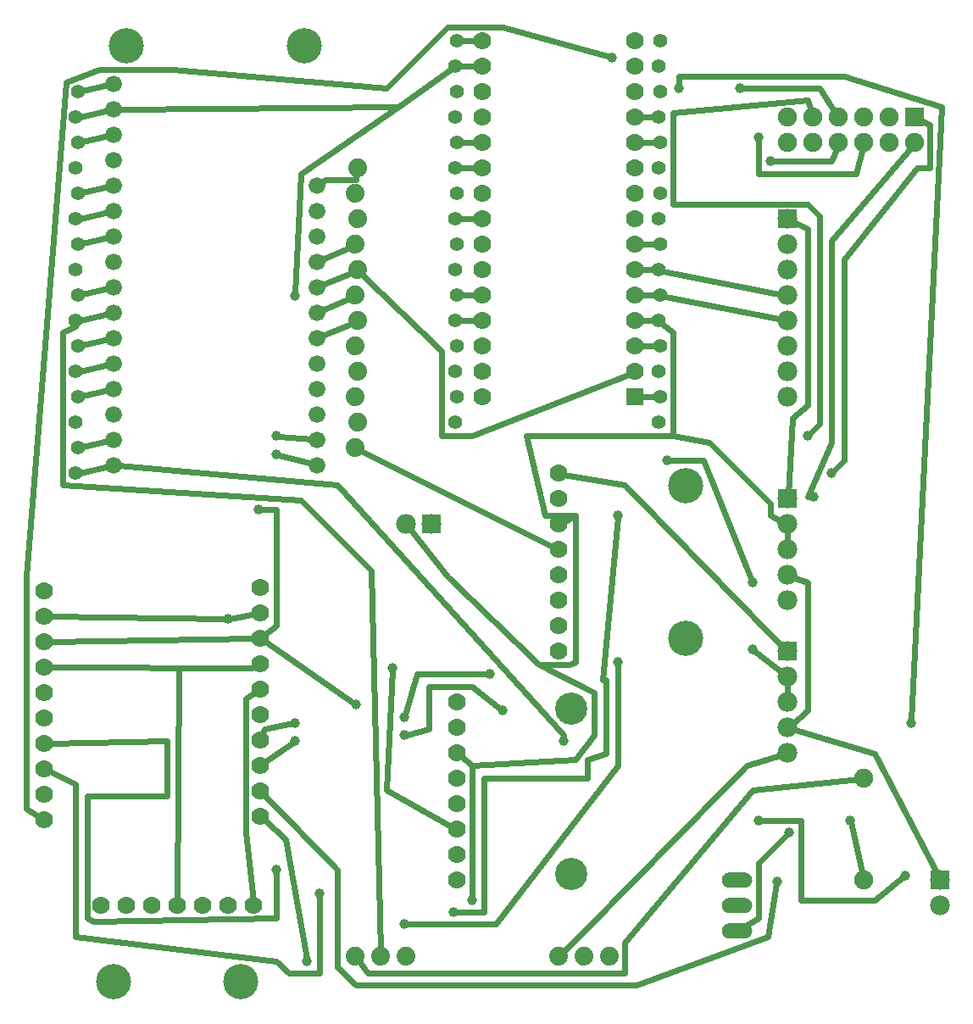
<source format=gbl>
G04 MADE WITH FRITZING*
G04 WWW.FRITZING.ORG*
G04 DOUBLE SIDED*
G04 HOLES PLATED*
G04 CONTOUR ON CENTER OF CONTOUR VECTOR*
%ASAXBY*%
%FSLAX23Y23*%
%MOIN*%
%OFA0B0*%
%SFA1.0B1.0*%
%ADD10C,0.070000*%
%ADD11C,0.078000*%
%ADD12C,0.074000*%
%ADD13C,0.055000*%
%ADD14C,0.075000*%
%ADD15C,0.060000*%
%ADD16C,0.066000*%
%ADD17C,0.138425*%
%ADD18C,0.126614*%
%ADD19C,0.039370*%
%ADD20R,0.069972X0.070000*%
%ADD21R,0.078000X0.078000*%
%ADD22R,0.075000X0.075000*%
%ADD23C,0.024000*%
%ADD24R,0.001000X0.001000*%
%LNCOPPER0*%
G90*
G70*
G54D10*
X2551Y2422D03*
X2551Y2522D03*
X2551Y2622D03*
X2551Y2722D03*
X2551Y2822D03*
X2551Y2922D03*
X2551Y3022D03*
X2551Y3122D03*
X2551Y3222D03*
X2551Y3322D03*
X2551Y3422D03*
X2551Y3522D03*
X2551Y3622D03*
X2551Y3722D03*
X2551Y3822D03*
X1951Y2422D03*
X1951Y2522D03*
X1951Y2622D03*
X1951Y2722D03*
X1951Y2822D03*
X1951Y2922D03*
X1951Y3022D03*
X1951Y3122D03*
X1951Y3222D03*
X1951Y3322D03*
X1951Y3422D03*
X1951Y3522D03*
X1951Y3622D03*
X1951Y3722D03*
X1951Y3822D03*
G54D11*
X3151Y1422D03*
X3151Y1322D03*
X3151Y1222D03*
X3151Y1122D03*
X3151Y1022D03*
X3151Y2022D03*
X3151Y1922D03*
X3151Y1822D03*
X3151Y1722D03*
X3151Y1622D03*
X1751Y1922D03*
X1651Y1922D03*
G54D12*
X1459Y3322D03*
X1451Y3222D03*
X1459Y3122D03*
X1451Y3022D03*
X1459Y2922D03*
X1451Y2822D03*
X1459Y2722D03*
X1451Y2622D03*
X1459Y2522D03*
X1451Y2422D03*
X1459Y2322D03*
X1451Y2222D03*
G54D13*
X1851Y3822D03*
X1843Y3722D03*
X1851Y3622D03*
X1843Y3522D03*
X1851Y3422D03*
X1843Y3322D03*
X1851Y3222D03*
X1843Y3122D03*
X1851Y3022D03*
X1843Y2922D03*
X1851Y2822D03*
X1843Y2722D03*
X1851Y2622D03*
X1843Y2522D03*
X1851Y2422D03*
X1843Y2322D03*
X359Y3622D03*
X351Y3522D03*
X359Y3422D03*
X351Y3322D03*
X359Y3222D03*
X351Y3122D03*
X359Y3022D03*
X351Y2922D03*
X359Y2822D03*
X351Y2722D03*
X359Y2622D03*
X351Y2522D03*
X359Y2422D03*
X351Y2322D03*
X359Y2222D03*
X351Y2122D03*
X2651Y3822D03*
X2643Y3722D03*
X2651Y3622D03*
X2643Y3522D03*
X2651Y3422D03*
X2643Y3322D03*
X2651Y3222D03*
X2643Y3122D03*
X2651Y3022D03*
X2643Y2922D03*
X2651Y2822D03*
X2643Y2722D03*
X2651Y2622D03*
X2643Y2522D03*
X2651Y2422D03*
X2643Y2322D03*
G54D11*
X3151Y3122D03*
X3151Y3022D03*
X3151Y2922D03*
X3151Y2822D03*
X3151Y2722D03*
X3151Y2622D03*
X3151Y2522D03*
X3151Y2422D03*
X3751Y522D03*
X3751Y422D03*
G54D14*
X3651Y3522D03*
X3651Y3422D03*
X3551Y3522D03*
X3551Y3422D03*
X3451Y3522D03*
X3451Y3422D03*
X3351Y3522D03*
X3351Y3422D03*
X3251Y3522D03*
X3251Y3422D03*
X3151Y3522D03*
X3151Y3422D03*
G54D15*
X2951Y522D03*
X2951Y422D03*
X2951Y322D03*
G54D16*
X501Y2354D03*
X501Y2254D03*
X501Y2454D03*
X501Y2554D03*
X501Y2654D03*
X501Y2754D03*
X501Y2854D03*
X501Y2954D03*
X501Y3054D03*
X501Y3154D03*
X501Y3254D03*
X501Y3354D03*
X501Y3454D03*
X501Y3554D03*
X501Y3654D03*
X1301Y3254D03*
X1301Y3154D03*
X1301Y3054D03*
X1301Y2954D03*
X1301Y2854D03*
X1301Y2754D03*
X1301Y2654D03*
X1301Y2554D03*
X1301Y2454D03*
X1301Y2354D03*
X1301Y2254D03*
X1301Y2154D03*
G54D17*
X1251Y3804D03*
X551Y3804D03*
G54D16*
X501Y2154D03*
G54D10*
X1051Y422D03*
G54D17*
X1001Y122D03*
G54D10*
X951Y422D03*
X851Y422D03*
X751Y422D03*
X651Y422D03*
X551Y422D03*
G54D17*
X501Y122D03*
G54D10*
X451Y422D03*
G54D18*
X2301Y1197D03*
G54D10*
X1851Y1222D03*
X1851Y1122D03*
X1851Y1022D03*
X1851Y922D03*
X1851Y822D03*
G54D18*
X2301Y547D03*
G54D10*
X1851Y722D03*
X1851Y622D03*
X1851Y522D03*
G54D17*
X2751Y1472D03*
G54D10*
X2251Y2122D03*
X2251Y2022D03*
X2251Y1922D03*
X2251Y1822D03*
X2251Y1722D03*
X2251Y1622D03*
X2251Y1522D03*
X2251Y1422D03*
G54D17*
X2751Y2072D03*
G54D10*
X226Y761D03*
X226Y861D03*
X226Y961D03*
X226Y1061D03*
X226Y1161D03*
X226Y1261D03*
X226Y1361D03*
X226Y1461D03*
X226Y1561D03*
X226Y1661D03*
X1077Y775D03*
X1077Y875D03*
X1077Y975D03*
X1077Y1075D03*
X1077Y1175D03*
X1077Y1275D03*
X1077Y1375D03*
X1077Y1475D03*
X1077Y1575D03*
X1077Y1675D03*
G54D12*
X2251Y222D03*
X2351Y222D03*
X2451Y222D03*
X1451Y222D03*
X1551Y222D03*
X1651Y222D03*
G54D14*
X3451Y922D03*
X3451Y522D03*
G54D19*
X2268Y1069D03*
X1212Y2821D03*
X3396Y757D03*
X1140Y2197D03*
X1596Y1357D03*
X1068Y1981D03*
X1140Y2269D03*
X1452Y1213D03*
X948Y1549D03*
X1908Y445D03*
X3012Y1429D03*
X3156Y709D03*
X3228Y2269D03*
X2484Y1957D03*
X1836Y397D03*
X1140Y565D03*
X3252Y2029D03*
X1260Y205D03*
X2460Y3757D03*
X3084Y3349D03*
X2676Y2173D03*
X3012Y1693D03*
X1980Y1333D03*
X1644Y1165D03*
X1212Y1141D03*
X1212Y1069D03*
X1644Y1093D03*
X2028Y1189D03*
X3036Y3445D03*
X3324Y2125D03*
X3108Y517D03*
X2964Y3637D03*
X1308Y469D03*
X1644Y349D03*
X2484Y1381D03*
X3036Y757D03*
X3612Y541D03*
X3636Y1141D03*
X2724Y3637D03*
G54D20*
X2551Y2422D03*
G54D21*
X3151Y1422D03*
X3151Y2022D03*
X1751Y1922D03*
X3151Y3122D03*
X3751Y522D03*
G54D22*
X3651Y3522D03*
G54D23*
X1933Y2722D02*
X1860Y2722D01*
D02*
X1933Y3322D02*
X1860Y3322D01*
D02*
X1933Y3822D02*
X1868Y3822D01*
D02*
X1933Y2822D02*
X1868Y2822D01*
D02*
X1933Y3122D02*
X1860Y3122D01*
D02*
X2569Y3522D02*
X2625Y3522D01*
D02*
X1933Y3422D02*
X1868Y3422D01*
D02*
X2569Y3422D02*
X2633Y3422D01*
D02*
X2633Y2622D02*
X2569Y2622D01*
D02*
X1456Y3304D02*
X1452Y3277D01*
X1452Y3277D02*
X1332Y3277D01*
X1332Y3277D02*
X1316Y3266D01*
D02*
X376Y3626D02*
X481Y3650D01*
D02*
X1442Y2715D02*
X1319Y2662D01*
D02*
X376Y2226D02*
X481Y2250D01*
D02*
X376Y2426D02*
X481Y2450D01*
D02*
X368Y3125D02*
X481Y3150D01*
D02*
X1435Y2815D02*
X1319Y2762D01*
D02*
X368Y2525D02*
X481Y2550D01*
D02*
X376Y2626D02*
X481Y2650D01*
D02*
X376Y3426D02*
X481Y3450D01*
D02*
X376Y3026D02*
X481Y3050D01*
D02*
X376Y3226D02*
X481Y3250D01*
D02*
X2569Y2922D02*
X2625Y2922D01*
D02*
X3132Y2825D02*
X2660Y2918D01*
D02*
X2569Y2822D02*
X2633Y2822D01*
D02*
X3132Y2726D02*
X2668Y2818D01*
D02*
X3152Y2041D02*
X3168Y2341D01*
X3168Y2341D02*
X3228Y2389D01*
X3228Y2389D02*
X3228Y3085D01*
X3228Y3085D02*
X3168Y3114D01*
D02*
X2265Y236D02*
X2988Y973D01*
X2988Y973D02*
X3132Y1016D01*
D02*
X1463Y206D02*
X1500Y157D01*
X1500Y157D02*
X2508Y157D01*
X2508Y157D02*
X2508Y277D01*
X2508Y277D02*
X3012Y877D01*
X3012Y877D02*
X3433Y920D01*
D02*
X2633Y3022D02*
X2569Y3022D01*
D02*
X376Y2826D02*
X481Y2850D01*
D02*
X3165Y1134D02*
X3228Y1189D01*
X3228Y1189D02*
X3228Y1693D01*
X3228Y1693D02*
X3168Y1715D01*
D02*
X3742Y539D02*
X3492Y1021D01*
X3492Y1021D02*
X3169Y1116D01*
D02*
X1471Y2910D02*
X1788Y2605D01*
X1788Y2605D02*
X1788Y2269D01*
X1788Y2269D02*
X1908Y2269D01*
X1908Y2269D02*
X2534Y2515D01*
D02*
X1319Y2862D02*
X1442Y2915D01*
D02*
X368Y2125D02*
X481Y2150D01*
D02*
X2268Y1077D02*
X2268Y1093D01*
X2268Y1093D02*
X1380Y2077D01*
X1380Y2077D02*
X520Y2152D01*
D02*
X2633Y2422D02*
X2569Y2422D01*
D02*
X1318Y2962D02*
X1435Y3015D01*
D02*
X481Y2750D02*
X368Y2725D01*
D02*
X1550Y242D02*
X1512Y1741D01*
X1512Y1741D02*
X1236Y2017D01*
X1236Y2017D02*
X300Y2077D01*
X300Y2077D02*
X300Y2677D01*
X300Y2677D02*
X348Y2701D01*
X348Y2701D02*
X348Y2704D01*
D02*
X1860Y3722D02*
X1933Y3722D01*
D02*
X520Y3554D02*
X1620Y3565D01*
X1620Y3565D02*
X1828Y3712D01*
D02*
X368Y3525D02*
X481Y3550D01*
D02*
X1212Y2829D02*
X1236Y3301D01*
X1236Y3301D02*
X1620Y3565D01*
D02*
X1048Y441D02*
X1020Y709D01*
X1020Y709D02*
X1020Y1237D01*
X1020Y1237D02*
X1061Y1264D01*
D02*
X3137Y1435D02*
X2508Y2077D01*
X2508Y2077D02*
X2270Y2118D01*
D02*
X3447Y539D02*
X3398Y749D01*
D02*
X1148Y2195D02*
X1282Y2159D01*
D02*
X246Y1361D02*
X1044Y1357D01*
X1044Y1357D02*
X1060Y1365D01*
D02*
X2233Y1831D02*
X1466Y2214D01*
D02*
X751Y441D02*
X756Y1357D01*
X756Y1357D02*
X1044Y1357D01*
D02*
X1833Y731D02*
X1572Y877D01*
X1572Y877D02*
X1596Y1349D01*
D02*
X1092Y1487D02*
X1140Y1525D01*
X1140Y1525D02*
X1140Y1981D01*
X1140Y1981D02*
X1076Y1981D01*
D02*
X1148Y2268D02*
X1281Y2256D01*
D02*
X246Y1461D02*
X1057Y1474D01*
D02*
X1446Y1218D02*
X1093Y1463D01*
D02*
X2625Y2722D02*
X2569Y2722D01*
D02*
X1662Y1907D02*
X1812Y1717D01*
X1812Y1717D02*
X2172Y1369D01*
X2172Y1369D02*
X2292Y1369D01*
X2292Y1369D02*
X2316Y1381D01*
X2316Y1381D02*
X2316Y1957D01*
X2316Y1957D02*
X2196Y1957D01*
X2196Y1957D02*
X2124Y2269D01*
X2124Y2269D02*
X2700Y2269D01*
X2700Y2269D02*
X2700Y2677D01*
X2700Y2677D02*
X2656Y2711D01*
D02*
X2268Y1931D02*
X2316Y1957D01*
D02*
X1058Y1571D02*
X956Y1551D01*
D02*
X1908Y453D02*
X1908Y973D01*
X1908Y973D02*
X2316Y997D01*
X2316Y997D02*
X2388Y1093D01*
X2388Y1093D02*
X2388Y1261D01*
X2388Y1261D02*
X2172Y1369D01*
D02*
X246Y1560D02*
X940Y1549D01*
D02*
X3134Y1931D02*
X3084Y1957D01*
X3084Y1957D02*
X3084Y2005D01*
X3084Y2005D02*
X2844Y2245D01*
X2844Y2245D02*
X2700Y2269D01*
D02*
X3151Y1841D02*
X3151Y1903D01*
D02*
X3136Y1333D02*
X3018Y1424D01*
D02*
X3151Y1241D02*
X3151Y1303D01*
D02*
X1866Y1009D02*
X1908Y973D01*
D02*
X2968Y332D02*
X3036Y373D01*
X3036Y373D02*
X3036Y589D01*
X3036Y589D02*
X3150Y703D01*
D02*
X3245Y3538D02*
X3228Y3589D01*
X3228Y3589D02*
X2700Y3541D01*
X2700Y3541D02*
X2700Y3181D01*
X2700Y3181D02*
X3228Y3181D01*
X3228Y3181D02*
X3276Y3133D01*
X3276Y3133D02*
X3276Y2317D01*
X3276Y2317D02*
X3234Y2275D01*
D02*
X2483Y1949D02*
X2424Y1309D01*
X2424Y1309D02*
X2436Y1309D01*
X2436Y1309D02*
X2436Y1021D01*
X2436Y1021D02*
X2364Y997D01*
X2364Y997D02*
X2364Y925D01*
X2364Y925D02*
X1956Y925D01*
X1956Y925D02*
X1956Y397D01*
X1956Y397D02*
X1844Y397D01*
D02*
X1140Y557D02*
X1140Y373D01*
X1140Y373D02*
X420Y361D01*
X420Y361D02*
X396Y373D01*
X396Y373D02*
X396Y853D01*
X396Y853D02*
X708Y853D01*
X708Y853D02*
X708Y1069D01*
X708Y1069D02*
X246Y1061D01*
D02*
X3639Y3408D02*
X3324Y3037D01*
X3324Y3037D02*
X3324Y2245D01*
X3324Y2245D02*
X3228Y2029D01*
X3228Y2029D02*
X3244Y2029D01*
D02*
X1259Y213D02*
X1176Y685D01*
X1176Y685D02*
X1092Y761D01*
D02*
X210Y771D02*
X156Y805D01*
X156Y805D02*
X156Y1717D01*
X156Y1717D02*
X312Y3661D01*
X312Y3661D02*
X444Y3709D01*
X444Y3709D02*
X732Y3709D01*
X732Y3709D02*
X1572Y3637D01*
X1572Y3637D02*
X1812Y3877D01*
X1812Y3877D02*
X2028Y3877D01*
X2028Y3877D02*
X2452Y3759D01*
D02*
X3092Y3349D02*
X3324Y3349D01*
X3324Y3349D02*
X3345Y3405D01*
D02*
X2684Y2173D02*
X2820Y2173D01*
X2820Y2173D02*
X3009Y1700D01*
D02*
X1972Y1333D02*
X1692Y1333D01*
X1692Y1333D02*
X1646Y1173D01*
D02*
X1204Y1139D02*
X1092Y1117D01*
X1092Y1117D02*
X1084Y1093D01*
D02*
X1093Y986D02*
X1206Y1064D01*
D02*
X1652Y1095D02*
X1740Y1117D01*
X1740Y1117D02*
X1740Y1285D01*
X1740Y1285D02*
X1908Y1285D01*
X1908Y1285D02*
X2022Y1194D01*
D02*
X3036Y3437D02*
X3036Y3301D01*
X3036Y3301D02*
X3420Y3301D01*
X3420Y3301D02*
X3446Y3405D01*
D02*
X3666Y3514D02*
X3708Y3493D01*
X3708Y3493D02*
X3708Y3325D01*
X3708Y3325D02*
X3660Y3325D01*
X3660Y3325D02*
X3372Y2965D01*
X3372Y2965D02*
X3372Y2173D01*
X3372Y2173D02*
X3330Y2131D01*
D02*
X3107Y509D02*
X3072Y301D01*
X3072Y301D02*
X2556Y109D01*
X2556Y109D02*
X1452Y109D01*
X1452Y109D02*
X1380Y181D01*
X1380Y181D02*
X1380Y565D01*
X1380Y565D02*
X1091Y860D01*
D02*
X2972Y3637D02*
X3276Y3637D01*
X3276Y3637D02*
X3341Y3536D01*
D02*
X244Y952D02*
X348Y901D01*
X348Y901D02*
X348Y301D01*
X348Y301D02*
X1140Y205D01*
X1140Y205D02*
X1188Y157D01*
X1188Y157D02*
X1308Y157D01*
X1308Y157D02*
X1308Y461D01*
D02*
X1652Y349D02*
X2004Y349D01*
X2004Y349D02*
X2484Y973D01*
X2484Y973D02*
X2484Y1373D01*
D02*
X3044Y757D02*
X3204Y757D01*
X3204Y757D02*
X3204Y445D01*
X3204Y445D02*
X3492Y445D01*
X3492Y445D02*
X3606Y536D01*
D02*
X3636Y1149D02*
X3756Y3565D01*
X3756Y3565D02*
X3372Y3685D01*
X3372Y3685D02*
X2724Y3685D01*
X2724Y3685D02*
X2724Y3645D01*
G54D24*
X2918Y552D02*
X2984Y552D01*
X2913Y551D02*
X2989Y551D01*
X2910Y550D02*
X2992Y550D01*
X2908Y549D02*
X2994Y549D01*
X2906Y548D02*
X2996Y548D01*
X2905Y547D02*
X2998Y547D01*
X2903Y546D02*
X2999Y546D01*
X2902Y545D02*
X3000Y545D01*
X2901Y544D02*
X3001Y544D01*
X2900Y543D02*
X3002Y543D01*
X2899Y542D02*
X2948Y542D01*
X2954Y542D02*
X3003Y542D01*
X2898Y541D02*
X2944Y541D01*
X2958Y541D02*
X3004Y541D01*
X2897Y540D02*
X2941Y540D01*
X2961Y540D02*
X3005Y540D01*
X2897Y539D02*
X2940Y539D01*
X2962Y539D02*
X3005Y539D01*
X2896Y538D02*
X2938Y538D01*
X2964Y538D02*
X3006Y538D01*
X2895Y537D02*
X2937Y537D01*
X2965Y537D02*
X3007Y537D01*
X2895Y536D02*
X2936Y536D01*
X2966Y536D02*
X3007Y536D01*
X2894Y535D02*
X2935Y535D01*
X2967Y535D02*
X3008Y535D01*
X2894Y534D02*
X2934Y534D01*
X2968Y534D02*
X3008Y534D01*
X2894Y533D02*
X2934Y533D01*
X2968Y533D02*
X3009Y533D01*
X2893Y532D02*
X2933Y532D01*
X2969Y532D02*
X3009Y532D01*
X2893Y531D02*
X2933Y531D01*
X2969Y531D02*
X3009Y531D01*
X2893Y530D02*
X2932Y530D01*
X2970Y530D02*
X3010Y530D01*
X2892Y529D02*
X2932Y529D01*
X2970Y529D02*
X3010Y529D01*
X2892Y528D02*
X2931Y528D01*
X2971Y528D02*
X3010Y528D01*
X2892Y527D02*
X2931Y527D01*
X2971Y527D02*
X3010Y527D01*
X2892Y526D02*
X2931Y526D01*
X2971Y526D02*
X3010Y526D01*
X2892Y525D02*
X2931Y525D01*
X2971Y525D02*
X3010Y525D01*
X2892Y524D02*
X2931Y524D01*
X2971Y524D02*
X3010Y524D01*
X2892Y523D02*
X2931Y523D01*
X2971Y523D02*
X3011Y523D01*
X2892Y522D02*
X2931Y522D01*
X2972Y522D02*
X3011Y522D01*
X2892Y521D02*
X2931Y521D01*
X2971Y521D02*
X3010Y521D01*
X2892Y520D02*
X2931Y520D01*
X2971Y520D02*
X3010Y520D01*
X2892Y519D02*
X2931Y519D01*
X2971Y519D02*
X3010Y519D01*
X2892Y518D02*
X2931Y518D01*
X2971Y518D02*
X3010Y518D01*
X2892Y517D02*
X2931Y517D01*
X2971Y517D02*
X3010Y517D01*
X2892Y516D02*
X2932Y516D01*
X2970Y516D02*
X3010Y516D01*
X2892Y515D02*
X2932Y515D01*
X2970Y515D02*
X3010Y515D01*
X2893Y514D02*
X2932Y514D01*
X2970Y514D02*
X3009Y514D01*
X2893Y513D02*
X2933Y513D01*
X2969Y513D02*
X3009Y513D01*
X2893Y512D02*
X2933Y512D01*
X2969Y512D02*
X3009Y512D01*
X2894Y511D02*
X2934Y511D01*
X2968Y511D02*
X3008Y511D01*
X2894Y510D02*
X2935Y510D01*
X2967Y510D02*
X3008Y510D01*
X2895Y509D02*
X2936Y509D01*
X2966Y509D02*
X3007Y509D01*
X2895Y508D02*
X2937Y508D01*
X2966Y508D02*
X3007Y508D01*
X2896Y507D02*
X2938Y507D01*
X2964Y507D02*
X3006Y507D01*
X2896Y506D02*
X2939Y506D01*
X2963Y506D02*
X3006Y506D01*
X2897Y505D02*
X2941Y505D01*
X2961Y505D02*
X3005Y505D01*
X2898Y504D02*
X2942Y504D01*
X2960Y504D02*
X3004Y504D01*
X2899Y503D02*
X2945Y503D01*
X2957Y503D02*
X3004Y503D01*
X2899Y502D02*
X3003Y502D01*
X2900Y501D02*
X3002Y501D01*
X2902Y500D02*
X3001Y500D01*
X2903Y499D02*
X2999Y499D01*
X2904Y498D02*
X2998Y498D01*
X2905Y497D02*
X2997Y497D01*
X2907Y496D02*
X2995Y496D01*
X2909Y495D02*
X2993Y495D01*
X2912Y494D02*
X2991Y494D01*
X2915Y493D02*
X2987Y493D01*
X2918Y452D02*
X2984Y452D01*
X2913Y451D02*
X2989Y451D01*
X2910Y450D02*
X2992Y450D01*
X2908Y449D02*
X2994Y449D01*
X2906Y448D02*
X2996Y448D01*
X2905Y447D02*
X2998Y447D01*
X2903Y446D02*
X2999Y446D01*
X2902Y445D02*
X3000Y445D01*
X2901Y444D02*
X3001Y444D01*
X2900Y443D02*
X3002Y443D01*
X2899Y442D02*
X2948Y442D01*
X2954Y442D02*
X3003Y442D01*
X2898Y441D02*
X2944Y441D01*
X2958Y441D02*
X3004Y441D01*
X2897Y440D02*
X2941Y440D01*
X2961Y440D02*
X3005Y440D01*
X2897Y439D02*
X2940Y439D01*
X2962Y439D02*
X3005Y439D01*
X2896Y438D02*
X2938Y438D01*
X2964Y438D02*
X3006Y438D01*
X2895Y437D02*
X2937Y437D01*
X2965Y437D02*
X3007Y437D01*
X2895Y436D02*
X2936Y436D01*
X2966Y436D02*
X3007Y436D01*
X2894Y435D02*
X2935Y435D01*
X2967Y435D02*
X3008Y435D01*
X2894Y434D02*
X2934Y434D01*
X2968Y434D02*
X3008Y434D01*
X2894Y433D02*
X2934Y433D01*
X2968Y433D02*
X3009Y433D01*
X2893Y432D02*
X2933Y432D01*
X2969Y432D02*
X3009Y432D01*
X2893Y431D02*
X2933Y431D01*
X2969Y431D02*
X3009Y431D01*
X2893Y430D02*
X2932Y430D01*
X2970Y430D02*
X3010Y430D01*
X2892Y429D02*
X2932Y429D01*
X2970Y429D02*
X3010Y429D01*
X2892Y428D02*
X2931Y428D01*
X2971Y428D02*
X3010Y428D01*
X2892Y427D02*
X2931Y427D01*
X2971Y427D02*
X3010Y427D01*
X2892Y426D02*
X2931Y426D01*
X2971Y426D02*
X3010Y426D01*
X2892Y425D02*
X2931Y425D01*
X2971Y425D02*
X3010Y425D01*
X2892Y424D02*
X2931Y424D01*
X2971Y424D02*
X3010Y424D01*
X2892Y423D02*
X2931Y423D01*
X2971Y423D02*
X3011Y423D01*
X2892Y422D02*
X2931Y422D01*
X2972Y422D02*
X3011Y422D01*
X2892Y421D02*
X2931Y421D01*
X2971Y421D02*
X3010Y421D01*
X2892Y420D02*
X2931Y420D01*
X2971Y420D02*
X3010Y420D01*
X2892Y419D02*
X2931Y419D01*
X2971Y419D02*
X3010Y419D01*
X2892Y418D02*
X2931Y418D01*
X2971Y418D02*
X3010Y418D01*
X2892Y417D02*
X2931Y417D01*
X2971Y417D02*
X3010Y417D01*
X2892Y416D02*
X2932Y416D01*
X2970Y416D02*
X3010Y416D01*
X2892Y415D02*
X2932Y415D01*
X2970Y415D02*
X3010Y415D01*
X2893Y414D02*
X2932Y414D01*
X2970Y414D02*
X3009Y414D01*
X2893Y413D02*
X2933Y413D01*
X2969Y413D02*
X3009Y413D01*
X2893Y412D02*
X2933Y412D01*
X2969Y412D02*
X3009Y412D01*
X2894Y411D02*
X2934Y411D01*
X2968Y411D02*
X3008Y411D01*
X2894Y410D02*
X2935Y410D01*
X2967Y410D02*
X3008Y410D01*
X2895Y409D02*
X2936Y409D01*
X2966Y409D02*
X3007Y409D01*
X2895Y408D02*
X2937Y408D01*
X2966Y408D02*
X3007Y408D01*
X2896Y407D02*
X2938Y407D01*
X2964Y407D02*
X3006Y407D01*
X2896Y406D02*
X2939Y406D01*
X2963Y406D02*
X3006Y406D01*
X2897Y405D02*
X2941Y405D01*
X2961Y405D02*
X3005Y405D01*
X2898Y404D02*
X2942Y404D01*
X2960Y404D02*
X3004Y404D01*
X2899Y403D02*
X2945Y403D01*
X2957Y403D02*
X3004Y403D01*
X2899Y402D02*
X3003Y402D01*
X2900Y401D02*
X3002Y401D01*
X2902Y400D02*
X3001Y400D01*
X2903Y399D02*
X2999Y399D01*
X2904Y398D02*
X2998Y398D01*
X2905Y397D02*
X2997Y397D01*
X2907Y396D02*
X2995Y396D01*
X2909Y395D02*
X2993Y395D01*
X2912Y394D02*
X2991Y394D01*
X2915Y393D02*
X2987Y393D01*
X2918Y352D02*
X2984Y352D01*
X2913Y351D02*
X2989Y351D01*
X2910Y350D02*
X2992Y350D01*
X2908Y349D02*
X2994Y349D01*
X2906Y348D02*
X2996Y348D01*
X2905Y347D02*
X2998Y347D01*
X2903Y346D02*
X2999Y346D01*
X2902Y345D02*
X3000Y345D01*
X2901Y344D02*
X3001Y344D01*
X2900Y343D02*
X3002Y343D01*
X2899Y342D02*
X2948Y342D01*
X2954Y342D02*
X3003Y342D01*
X2898Y341D02*
X2944Y341D01*
X2958Y341D02*
X3004Y341D01*
X2897Y340D02*
X2941Y340D01*
X2961Y340D02*
X3005Y340D01*
X2897Y339D02*
X2940Y339D01*
X2962Y339D02*
X3005Y339D01*
X2896Y338D02*
X2938Y338D01*
X2964Y338D02*
X3006Y338D01*
X2895Y337D02*
X2937Y337D01*
X2965Y337D02*
X3007Y337D01*
X2895Y336D02*
X2936Y336D01*
X2966Y336D02*
X3007Y336D01*
X2894Y335D02*
X2935Y335D01*
X2967Y335D02*
X3008Y335D01*
X2894Y334D02*
X2934Y334D01*
X2968Y334D02*
X3008Y334D01*
X2894Y333D02*
X2934Y333D01*
X2968Y333D02*
X3009Y333D01*
X2893Y332D02*
X2933Y332D01*
X2969Y332D02*
X3009Y332D01*
X2893Y331D02*
X2933Y331D01*
X2969Y331D02*
X3009Y331D01*
X2893Y330D02*
X2932Y330D01*
X2970Y330D02*
X3010Y330D01*
X2892Y329D02*
X2932Y329D01*
X2970Y329D02*
X3010Y329D01*
X2892Y328D02*
X2931Y328D01*
X2971Y328D02*
X3010Y328D01*
X2892Y327D02*
X2931Y327D01*
X2971Y327D02*
X3010Y327D01*
X2892Y326D02*
X2931Y326D01*
X2971Y326D02*
X3010Y326D01*
X2892Y325D02*
X2931Y325D01*
X2971Y325D02*
X3010Y325D01*
X2892Y324D02*
X2931Y324D01*
X2971Y324D02*
X3010Y324D01*
X2892Y323D02*
X2931Y323D01*
X2971Y323D02*
X3011Y323D01*
X2892Y322D02*
X2931Y322D01*
X2972Y322D02*
X3011Y322D01*
X2892Y321D02*
X2931Y321D01*
X2971Y321D02*
X3010Y321D01*
X2892Y320D02*
X2931Y320D01*
X2971Y320D02*
X3010Y320D01*
X2892Y319D02*
X2931Y319D01*
X2971Y319D02*
X3010Y319D01*
X2892Y318D02*
X2931Y318D01*
X2971Y318D02*
X3010Y318D01*
X2892Y317D02*
X2931Y317D01*
X2971Y317D02*
X3010Y317D01*
X2892Y316D02*
X2932Y316D01*
X2970Y316D02*
X3010Y316D01*
X2892Y315D02*
X2932Y315D01*
X2970Y315D02*
X3010Y315D01*
X2893Y314D02*
X2932Y314D01*
X2970Y314D02*
X3009Y314D01*
X2893Y313D02*
X2933Y313D01*
X2969Y313D02*
X3009Y313D01*
X2893Y312D02*
X2933Y312D01*
X2969Y312D02*
X3009Y312D01*
X2894Y311D02*
X2934Y311D01*
X2968Y311D02*
X3008Y311D01*
X2894Y310D02*
X2935Y310D01*
X2967Y310D02*
X3008Y310D01*
X2895Y309D02*
X2936Y309D01*
X2966Y309D02*
X3007Y309D01*
X2895Y308D02*
X2937Y308D01*
X2966Y308D02*
X3007Y308D01*
X2896Y307D02*
X2938Y307D01*
X2964Y307D02*
X3006Y307D01*
X2896Y306D02*
X2939Y306D01*
X2963Y306D02*
X3006Y306D01*
X2897Y305D02*
X2941Y305D01*
X2961Y305D02*
X3005Y305D01*
X2898Y304D02*
X2942Y304D01*
X2960Y304D02*
X3004Y304D01*
X2899Y303D02*
X2945Y303D01*
X2957Y303D02*
X3004Y303D01*
X2899Y302D02*
X3003Y302D01*
X2900Y301D02*
X3002Y301D01*
X2902Y300D02*
X3001Y300D01*
X2903Y299D02*
X2999Y299D01*
X2904Y298D02*
X2998Y298D01*
X2905Y297D02*
X2997Y297D01*
X2907Y296D02*
X2995Y296D01*
X2909Y295D02*
X2993Y295D01*
X2912Y294D02*
X2991Y294D01*
X2915Y293D02*
X2987Y293D01*
D02*
G04 End of Copper0*
M02*
</source>
